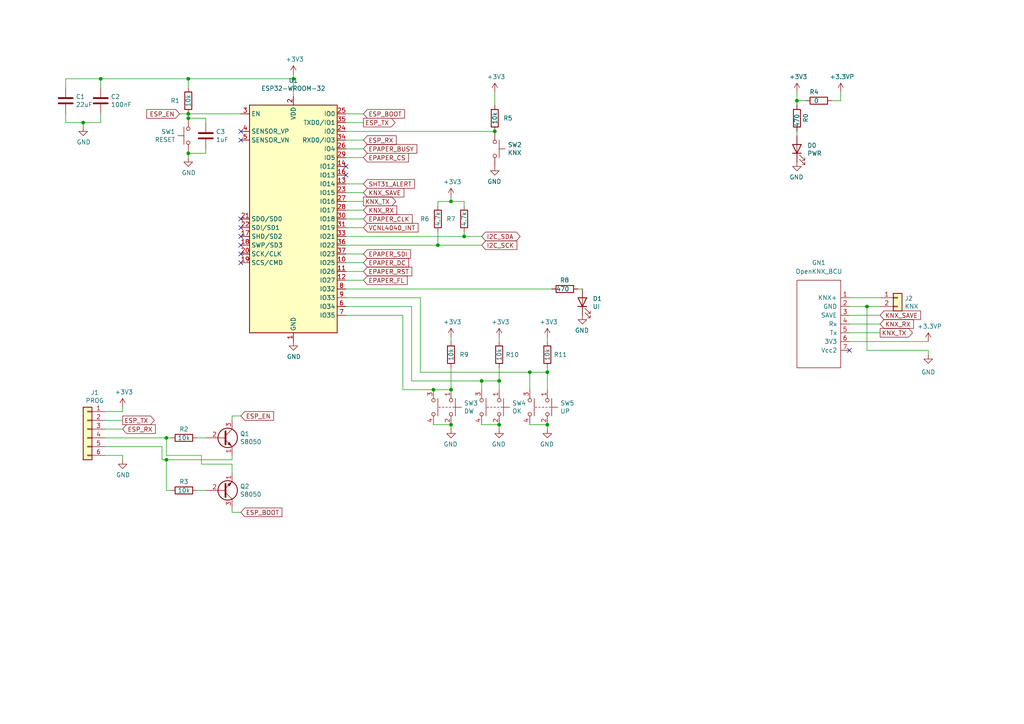
<source format=kicad_sch>
(kicad_sch (version 20230121) (generator eeschema)
  (paper "A4")
  (title_block (title "knxRoomUnit") (date "2024-01-21") (rev "r1d1") (company "MP"))
  (lib_symbols
    (symbol "Connector_Generic:Conn_01x02" (pin_names (offset 1.016) hide)
      (property "Reference" "J" (at 0 2.54 0))
      (property "Value" "Conn_01x02" (at 0 -5.08 0))
      (symbol "Conn_01x02_1_1"
        (rectangle (start -1.27 -2.413) (end 0 -2.667) (stroke (width 0.1524)))
        (rectangle (start -1.27 0.127) (end 0 -0.127) (stroke (width 0.1524)))
        (rectangle (start -1.27 1.27) (end 1.27 -3.81) (stroke (width 0.254)) (fill (type background)))
        (pin passive line (at -5.08 0 0) (length 3.81) (name "Pin_1") (number "1"))
        (pin passive line (at -5.08 -2.54 0) (length 3.81) (name "Pin_2") (number "2"))
      )
    )
    (symbol "Connector_Generic:Conn_01x06" (pin_names (offset 1.016) hide)
      (property "Reference" "J" (at 0 7.62 0))
      (property "Value" "Conn_01x06" (at 0 -10.16 0))
      (symbol "Conn_01x06_1_1"
        (rectangle (start -1.27 -7.493) (end 0 -7.747) (stroke (width 0.1524)))
        (rectangle (start -1.27 -4.953) (end 0 -5.207) (stroke (width 0.1524)))
        (rectangle (start -1.27 -2.413) (end 0 -2.667) (stroke (width 0.1524)))
        (rectangle (start -1.27 0.127) (end 0 -0.127) (stroke (width 0.1524)))
        (rectangle (start -1.27 2.667) (end 0 2.413) (stroke (width 0.1524)))
        (rectangle (start -1.27 5.207) (end 0 4.953) (stroke (width 0.1524)))
        (rectangle (start -1.27 6.35) (end 1.27 -8.89) (stroke (width 0.254)) (fill (type background)))
        (pin passive line (at -5.08 5.08 0) (length 3.81) (name "Pin_1") (number "1"))
        (pin passive line (at -5.08 2.54 0) (length 3.81) (name "Pin_2") (number "2"))
        (pin passive line (at -5.08 0 0) (length 3.81) (name "Pin_3") (number "3"))
        (pin passive line (at -5.08 -2.54 0) (length 3.81) (name "Pin_4") (number "4"))
        (pin passive line (at -5.08 -5.08 0) (length 3.81) (name "Pin_5") (number "5"))
        (pin passive line (at -5.08 -7.62 0) (length 3.81) (name "Pin_6") (number "6"))
      )
    )
    (symbol "Device:C" (pin_numbers hide) (pin_names (offset 0.254))
      (property "Reference" "C" (at 0.635 2.54 0))
      (property "Value" "C" (at 0.635 -2.54 0))
      (symbol "C_0_1"
        (polyline (pts (xy -2.032 -0.762) (xy 2.032 -0.762)) (stroke (width 0.508)))
        (polyline (pts (xy -2.032 0.762) (xy 2.032 0.762)) (stroke (width 0.508)))
      )
      (symbol "C_1_1"
        (pin passive line (at 0 3.81 270) (length 2.794) (name "~") (number "1"))
        (pin passive line (at 0 -3.81 90) (length 2.794) (name "~") (number "2"))
      )
    )
    (symbol "Device:LED" (pin_numbers hide) (pin_names (offset 1.016) hide)
      (property "Reference" "D" (at 0 2.54 0))
      (property "Value" "LED" (at 0 -2.54 0))
      (symbol "LED_0_1"
        (polyline (pts (xy -1.27 -1.27) (xy -1.27 1.27)) (stroke (width 0.254)))
        (polyline (pts (xy -1.27 0) (xy 1.27 0)))
        (polyline (pts (xy 1.27 -1.27) (xy 1.27 1.27) (xy -1.27 0) (xy 1.27 -1.27)) (stroke (width 0.254)))
        (polyline (pts (xy -3.048 -0.762) (xy -4.572 -2.286) (xy -3.81 -2.286) (xy -4.572 -2.286) (xy -4.572 -1.524)))
        (polyline (pts (xy -1.778 -0.762) (xy -3.302 -2.286) (xy -2.54 -2.286) (xy -3.302 -2.286) (xy -3.302 -1.524)))
      )
      (symbol "LED_1_1"
        (pin passive line (at -3.81 0 0) (length 2.54) (name "K") (number "1"))
        (pin passive line (at 3.81 0 180) (length 2.54) (name "A") (number "2"))
      )
    )
    (symbol "Device:R" (pin_numbers hide) (pin_names (offset 0))
      (property "Reference" "R" (at 2.032 0 90))
      (property "Value" "R" (at 0 0 90))
      (symbol "R_0_1"
        (rectangle (start -1.016 -2.54) (end 1.016 2.54) (stroke (width 0.254)))
      )
      (symbol "R_1_1"
        (pin passive line (at 0 3.81 270) (length 1.27) (name "~") (number "1"))
        (pin passive line (at 0 -3.81 90) (length 1.27) (name "~") (number "2"))
      )
    )
    (symbol "OpenKNX:OpenKNX_BCU" (pin_names (offset 1.016))
      (property "Reference" "GN" (at -5.08 13.97 0))
      (property "Value" "OpenKNX_BCU" (at -3.175 0 90))
      (symbol "OpenKNX_BCU_0_1"
        (rectangle (start 6.35 12.7) (end -6.35 -12.7))
      )
      (symbol "OpenKNX_BCU_1_1"
        (pin bidirectional line (at 8.89 7.62 180) (length 2.54) (name "KNX+") (number "1"))
        (pin bidirectional line (at 8.89 5.08 180) (length 2.54) (name "GND") (number "2"))
        (pin output line (at 8.89 2.54 180) (length 2.54) (name "SAVE") (number "3"))
        (pin input line (at 8.89 0 180) (length 2.54) (name "Rx") (number "4"))
        (pin output line (at 8.89 -2.54 180) (length 2.54) (name "Tx") (number "5"))
        (pin power_out line (at 8.89 -5.08 180) (length 2.54) (name "3V3") (number "6"))
        (pin power_out line (at 8.89 -7.62 180) (length 2.54) (name "Vcc2") (number "7"))
      )
    )
    (symbol "RF_Module:ESP32-WROOM-32"
      (property "Reference" "U" (at -12.7 34.29 0))
      (property "Value" "ESP32-WROOM-32" (at 1.27 34.29 0))
      (symbol "ESP32-WROOM-32_0_1"
        (rectangle (start -12.7 33.02) (end 12.7 -33.02) (stroke (width 0.254)) (fill (type background)))
      )
      (symbol "ESP32-WROOM-32_1_1"
        (pin power_in line (at 0 -35.56 90) (length 2.54) (name "GND") (number "1"))
        (pin bidirectional line (at 15.24 -12.7 180) (length 2.54) (name "IO25") (number "10"))
        (pin bidirectional line (at 15.24 -15.24 180) (length 2.54) (name "IO26") (number "11"))
        (pin bidirectional line (at 15.24 -17.78 180) (length 2.54) (name "IO27") (number "12"))
        (pin bidirectional line (at 15.24 10.16 180) (length 2.54) (name "IO14") (number "13"))
        (pin bidirectional line (at 15.24 15.24 180) (length 2.54) (name "IO12") (number "14"))
        (pin passive line (at 0 -35.56 90) (length 2.54) hide (name "GND") (number "15"))
        (pin bidirectional line (at 15.24 12.7 180) (length 2.54) (name "IO13") (number "16"))
        (pin bidirectional line (at -15.24 -5.08 0) (length 2.54) (name "SHD/SD2") (number "17"))
        (pin bidirectional line (at -15.24 -7.62 0) (length 2.54) (name "SWP/SD3") (number "18"))
        (pin bidirectional line (at -15.24 -12.7 0) (length 2.54) (name "SCS/CMD") (number "19"))
        (pin power_in line (at 0 35.56 270) (length 2.54) (name "VDD") (number "2"))
        (pin bidirectional line (at -15.24 -10.16 0) (length 2.54) (name "SCK/CLK") (number "20"))
        (pin bidirectional line (at -15.24 0 0) (length 2.54) (name "SDO/SD0") (number "21"))
        (pin bidirectional line (at -15.24 -2.54 0) (length 2.54) (name "SDI/SD1") (number "22"))
        (pin bidirectional line (at 15.24 7.62 180) (length 2.54) (name "IO15") (number "23"))
        (pin bidirectional line (at 15.24 25.4 180) (length 2.54) (name "IO2") (number "24"))
        (pin bidirectional line (at 15.24 30.48 180) (length 2.54) (name "IO0") (number "25"))
        (pin bidirectional line (at 15.24 20.32 180) (length 2.54) (name "IO4") (number "26"))
        (pin bidirectional line (at 15.24 5.08 180) (length 2.54) (name "IO16") (number "27"))
        (pin bidirectional line (at 15.24 2.54 180) (length 2.54) (name "IO17") (number "28"))
        (pin bidirectional line (at 15.24 17.78 180) (length 2.54) (name "IO5") (number "29"))
        (pin input line (at -15.24 30.48 0) (length 2.54) (name "EN") (number "3"))
        (pin bidirectional line (at 15.24 0 180) (length 2.54) (name "IO18") (number "30"))
        (pin bidirectional line (at 15.24 -2.54 180) (length 2.54) (name "IO19") (number "31"))
        (pin no_connect line (at -12.7 -27.94 0) (length 2.54) hide (name "NC") (number "32"))
        (pin bidirectional line (at 15.24 -5.08 180) (length 2.54) (name "IO21") (number "33"))
        (pin bidirectional line (at 15.24 22.86 180) (length 2.54) (name "RXD0/IO3") (number "34"))
        (pin bidirectional line (at 15.24 27.94 180) (length 2.54) (name "TXD0/IO1") (number "35"))
        (pin bidirectional line (at 15.24 -7.62 180) (length 2.54) (name "IO22") (number "36"))
        (pin bidirectional line (at 15.24 -10.16 180) (length 2.54) (name "IO23") (number "37"))
        (pin passive line (at 0 -35.56 90) (length 2.54) hide (name "GND") (number "38"))
        (pin passive line (at 0 -35.56 90) (length 2.54) hide (name "GND") (number "39"))
        (pin input line (at -15.24 25.4 0) (length 2.54) (name "SENSOR_VP") (number "4"))
        (pin input line (at -15.24 22.86 0) (length 2.54) (name "SENSOR_VN") (number "5"))
        (pin input line (at 15.24 -25.4 180) (length 2.54) (name "IO34") (number "6"))
        (pin input line (at 15.24 -27.94 180) (length 2.54) (name "IO35") (number "7"))
        (pin bidirectional line (at 15.24 -20.32 180) (length 2.54) (name "IO32") (number "8"))
        (pin bidirectional line (at 15.24 -22.86 180) (length 2.54) (name "IO33") (number "9"))
      )
    )
    (symbol "Switch:SW_Push" (pin_numbers hide) (pin_names (offset 1.016) hide)
      (property "Reference" "SW" (at 1.27 2.54 0))
      (property "Value" "SW_Push" (at 0 -1.524 0))
      (symbol "SW_Push_0_1"
        (circle (center -2.032 0) (radius 0.508))
        (polyline (pts (xy 0 1.27) (xy 0 3.048)))
        (polyline (pts (xy 2.54 1.27) (xy -2.54 1.27)))
        (circle (center 2.032 0) (radius 0.508))
        (pin passive line (at -5.08 0 0) (length 2.54) (name "1") (number "1"))
        (pin passive line (at 5.08 0 180) (length 2.54) (name "2") (number "2"))
      )
    )
    (symbol "Switch:SW_Push_Dual" (pin_names (offset 1.016) hide)
      (property "Reference" "SW" (at 1.27 2.54 0))
      (property "Value" "SW_Push_Dual" (at 0 -6.858 0))
      (symbol "SW_Push_Dual_0_1"
        (circle (center -2.032 -5.08) (radius 0.508))
        (circle (center -2.032 0) (radius 0.508))
        (polyline (pts (xy 0 -3.048) (xy 0 -3.556)))
        (polyline (pts (xy 0 -2.032) (xy 0 -2.54)))
        (polyline (pts (xy 0 -1.524) (xy 0 -1.016)))
        (polyline (pts (xy 0 -0.508) (xy 0 0)))
        (polyline (pts (xy 0 0.508) (xy 0 1.016)))
        (polyline (pts (xy 0 1.27) (xy 0 3.048)))
        (polyline (pts (xy 2.54 -3.81) (xy -2.54 -3.81)))
        (polyline (pts (xy 2.54 1.27) (xy -2.54 1.27)))
        (circle (center 2.032 -5.08) (radius 0.508))
        (circle (center 2.032 0) (radius 0.508))
        (pin passive line (at -5.08 0 0) (length 2.54) (name "1") (number "1"))
        (pin passive line (at 5.08 0 180) (length 2.54) (name "2") (number "2"))
        (pin passive line (at -5.08 -5.08 0) (length 2.54) (name "3") (number "3"))
        (pin passive line (at 5.08 -5.08 180) (length 2.54) (name "4") (number "4"))
      )
    )
    (symbol "Transistor_BJT:S8050" (pin_names (offset 0) hide)
      (property "Reference" "Q" (at 5.08 1.905 0))
      (property "Value" "S8050" (at 5.08 0 0))
      (symbol "S8050_0_1"
        (polyline (pts (xy 0 0) (xy 0.635 0)))
        (polyline (pts (xy 0.635 0.635) (xy 2.54 2.54)))
        (polyline (pts (xy 0.635 -0.635) (xy 2.54 -2.54) (xy 2.54 -2.54)))
        (polyline (pts (xy 0.635 1.905) (xy 0.635 -1.905) (xy 0.635 -1.905)) (stroke (width 0.508)))
        (polyline (pts (xy 1.27 -1.778) (xy 1.778 -1.27) (xy 2.286 -2.286) (xy 1.27 -1.778) (xy 1.27 -1.778)) (fill (type outline)))
        (circle (center 1.27 0) (radius 2.8194) (stroke (width 0.254)))
      )
      (symbol "S8050_1_1"
        (pin passive line (at 2.54 -5.08 90) (length 2.54) (name "E") (number "1"))
        (pin input line (at -5.08 0 0) (length 5.08) (name "B") (number "2"))
        (pin passive line (at 2.54 5.08 270) (length 2.54) (name "C") (number "3"))
      )
    )
    (symbol "power:+3.3V" (power) (pin_names (offset 0))
      (property "Value" "+3.3V" (at 0 3.556 0))
      (symbol "+3.3V_0_1"
        (polyline (pts (xy -0.762 1.27) (xy 0 2.54)))
        (polyline (pts (xy 0 0) (xy 0 2.54)))
        (polyline (pts (xy 0 2.54) (xy 0.762 1.27)))
      )
      (symbol "+3.3V_1_1"
        (pin power_in line (at 0 0 90) (length 0) hide (name "+3V3") (number "1"))
      )
    )
    (symbol "power:+3.3VP" (power) (pin_names (offset 0))
      (property "Value" "+3.3VP" (at 0 2.54 0))
      (symbol "+3.3VP_0_0"
        (pin power_in line (at 0 0 90) (length 0) hide (name "+3.3VP") (number "1"))
      )
      (symbol "+3.3VP_0_1"
        (polyline (pts (xy -0.762 1.27) (xy 0 2.54)))
        (polyline (pts (xy 0 0) (xy 0 2.54)))
        (polyline (pts (xy 0 2.54) (xy 0.762 1.27)))
      )
    )
    (symbol "power:+3V3" (power) (pin_names (offset 0))
      (property "Value" "+3V3" (at 0 3.556 0))
      (symbol "+3V3_0_1"
        (polyline (pts (xy -0.762 1.27) (xy 0 2.54)))
        (polyline (pts (xy 0 0) (xy 0 2.54)))
        (polyline (pts (xy 0 2.54) (xy 0.762 1.27)))
      )
      (symbol "+3V3_1_1"
        (pin power_in line (at 0 0 90) (length 0) hide (name "+3V3") (number "1"))
      )
    )
    (symbol "power:GND" (power) (pin_names (offset 0))
      (property "Value" "GND" (at 0 -3.81 0))
      (symbol "GND_0_1"
        (polyline (pts (xy 0 0) (xy 0 -1.27) (xy 1.27 -1.27) (xy 0 -2.54) (xy -1.27 -1.27) (xy 0 -1.27)))
      )
      (symbol "GND_1_1"
        (pin power_in line (at 0 0 270) (length 0) hide (name "GND") (number "1"))
      )
    )
  )
  (junction (at 54.61 34.29))
  (junction (at 48.26 127))
  (junction (at 125.73 113.03))
  (junction (at 54.61 22.86))
  (junction (at 54.61 33.02))
  (junction (at 158.75 107.95))
  (junction (at 139.7 110.49))
  (junction (at 130.81 113.03))
  (junction (at 127 71.12))
  (junction (at 130.81 58.42))
  (junction (at 143.51 38.1))
  (junction (at 48.26 133.35))
  (junction (at 144.78 110.49))
  (junction (at 158.75 123.19))
  (junction (at 134.62 68.58))
  (junction (at 251.46 88.9))
  (junction (at 29.21 22.86))
  (junction (at 85.09 22.86))
  (junction (at 231.14 29.21))
  (junction (at 54.61 44.45))
  (junction (at 24.13 35.56))
  (junction (at 130.81 123.19))
  (junction (at 144.78 123.19))
  (junction (at 153.67 107.95))
  (no_connect (at 69.85 66.04))
  (no_connect (at 69.85 38.1))
  (no_connect (at 69.85 73.66))
  (no_connect (at 100.33 48.26))
  (no_connect (at 69.85 71.12))
  (no_connect (at 246.38 101.6))
  (no_connect (at 100.33 50.8))
  (no_connect (at 69.85 68.58))
  (no_connect (at 69.85 76.2))
  (no_connect (at 69.85 40.64))
  (no_connect (at 69.85 63.5))
  (wire (pts (xy 121.92 86.36) (xy 121.92 107.95)))
  (wire (pts (xy 100.33 45.72) (xy 105.41 45.72)))
  (wire (pts (xy 54.61 45.72) (xy 54.61 44.45)))
  (wire (pts (xy 139.7 113.03) (xy 139.7 110.49)))
  (wire (pts (xy 19.05 25.4) (xy 19.05 22.86)))
  (wire (pts (xy 35.56 132.08) (xy 35.56 133.35)))
  (wire (pts (xy 100.33 38.1) (xy 143.51 38.1)))
  (wire (pts (xy 59.69 44.45) (xy 54.61 44.45)))
  (wire (pts (xy 30.48 124.46) (xy 35.56 124.46)))
  (wire (pts (xy 54.61 25.4) (xy 54.61 22.86)))
  (wire (pts (xy 48.26 127) (xy 49.53 127)))
  (wire (pts (xy 105.41 60.96) (xy 100.33 60.96)))
  (wire (pts (xy 134.62 67.31) (xy 134.62 68.58)))
  (wire (pts (xy 30.48 132.08) (xy 35.56 132.08)))
  (wire (pts (xy 251.46 101.6) (xy 269.24 101.6)))
  (wire (pts (xy 134.62 59.69) (xy 134.62 58.42)))
  (wire (pts (xy 116.84 113.03) (xy 125.73 113.03)))
  (wire (pts (xy 59.69 127) (xy 57.15 127)))
  (wire (pts (xy 19.05 33.02) (xy 19.05 35.56)))
  (wire (pts (xy 67.31 133.35) (xy 67.31 132.08)))
  (wire (pts (xy 130.81 124.46) (xy 130.81 123.19)))
  (wire (pts (xy 48.26 133.35) (xy 48.26 142.24)))
  (wire (pts (xy 46.99 129.54) (xy 46.99 133.35)))
  (wire (pts (xy 29.21 35.56) (xy 29.21 33.02)))
  (wire (pts (xy 121.92 86.36) (xy 100.33 86.36)))
  (wire (pts (xy 125.73 123.19) (xy 130.81 123.19)))
  (wire (pts (xy 243.84 26.67) (xy 243.84 29.21)))
  (wire (pts (xy 59.69 34.29) (xy 54.61 34.29)))
  (wire (pts (xy 246.38 99.06) (xy 269.24 99.06)))
  (wire (pts (xy 24.13 36.83) (xy 24.13 35.56)))
  (wire (pts (xy 67.31 134.62) (xy 58.42 134.62)))
  (wire (pts (xy 143.51 26.67) (xy 143.51 30.48)))
  (wire (pts (xy 100.33 35.56) (xy 105.41 35.56)))
  (wire (pts (xy 105.41 76.2) (xy 100.33 76.2)))
  (wire (pts (xy 49.53 142.24) (xy 48.26 142.24)))
  (wire (pts (xy 67.31 120.65) (xy 67.31 121.92)))
  (wire (pts (xy 231.14 38.1) (xy 231.14 39.37)))
  (wire (pts (xy 19.05 35.56) (xy 24.13 35.56)))
  (wire (pts (xy 105.41 40.64) (xy 100.33 40.64)))
  (wire (pts (xy 100.33 55.88) (xy 105.41 55.88)))
  (wire (pts (xy 127 58.42) (xy 127 59.69)))
  (wire (pts (xy 48.26 133.35) (xy 67.31 133.35)))
  (wire (pts (xy 144.78 110.49) (xy 144.78 106.68)))
  (wire (pts (xy 85.09 21.59) (xy 85.09 22.86)))
  (wire (pts (xy 46.99 133.35) (xy 48.26 133.35)))
  (wire (pts (xy 251.46 88.9) (xy 251.46 101.6)))
  (wire (pts (xy 246.38 91.44) (xy 255.27 91.44)))
  (wire (pts (xy 153.67 123.19) (xy 158.75 123.19)))
  (wire (pts (xy 144.78 113.03) (xy 144.78 110.49)))
  (wire (pts (xy 105.41 33.02) (xy 100.33 33.02)))
  (wire (pts (xy 231.14 29.21) (xy 231.14 30.48)))
  (wire (pts (xy 246.38 88.9) (xy 251.46 88.9)))
  (wire (pts (xy 130.81 99.06) (xy 130.81 97.79)))
  (wire (pts (xy 125.73 113.03) (xy 130.81 113.03)))
  (wire (pts (xy 24.13 35.56) (xy 29.21 35.56)))
  (wire (pts (xy 269.24 101.6) (xy 269.24 102.87)))
  (wire (pts (xy 246.38 86.36) (xy 255.27 86.36)))
  (wire (pts (xy 67.31 137.16) (xy 67.31 134.62)))
  (wire (pts (xy 233.68 29.21) (xy 231.14 29.21)))
  (wire (pts (xy 59.69 43.18) (xy 59.69 44.45)))
  (wire (pts (xy 119.38 110.49) (xy 139.7 110.49)))
  (wire (pts (xy 30.48 119.38) (xy 35.56 119.38)))
  (wire (pts (xy 100.33 68.58) (xy 134.62 68.58)))
  (wire (pts (xy 158.75 124.46) (xy 158.75 123.19)))
  (wire (pts (xy 100.33 58.42) (xy 105.41 58.42)))
  (wire (pts (xy 30.48 129.54) (xy 46.99 129.54)))
  (wire (pts (xy 105.41 43.18) (xy 100.33 43.18)))
  (wire (pts (xy 144.78 99.06) (xy 144.78 97.79)))
  (wire (pts (xy 85.09 22.86) (xy 85.09 27.94)))
  (wire (pts (xy 130.81 58.42) (xy 134.62 58.42)))
  (wire (pts (xy 100.33 91.44) (xy 116.84 91.44)))
  (wire (pts (xy 158.75 107.95) (xy 158.75 106.68)))
  (wire (pts (xy 29.21 22.86) (xy 29.21 25.4)))
  (wire (pts (xy 100.33 88.9) (xy 119.38 88.9)))
  (wire (pts (xy 231.14 29.21) (xy 231.14 26.67)))
  (wire (pts (xy 54.61 22.86) (xy 85.09 22.86)))
  (wire (pts (xy 58.42 132.08) (xy 48.26 132.08)))
  (wire (pts (xy 59.69 35.56) (xy 59.69 34.29)))
  (wire (pts (xy 100.33 53.34) (xy 105.41 53.34)))
  (wire (pts (xy 243.84 29.21) (xy 241.3 29.21)))
  (wire (pts (xy 105.41 78.74) (xy 100.33 78.74)))
  (wire (pts (xy 119.38 88.9) (xy 119.38 110.49)))
  (wire (pts (xy 153.67 113.03) (xy 153.67 107.95)))
  (wire (pts (xy 153.67 107.95) (xy 158.75 107.95)))
  (wire (pts (xy 246.38 96.52) (xy 255.27 96.52)))
  (wire (pts (xy 100.33 73.66) (xy 105.41 73.66)))
  (wire (pts (xy 134.62 68.58) (xy 139.7 68.58)))
  (wire (pts (xy 116.84 91.44) (xy 116.84 113.03)))
  (wire (pts (xy 19.05 22.86) (xy 29.21 22.86)))
  (wire (pts (xy 100.33 71.12) (xy 127 71.12)))
  (wire (pts (xy 127 67.31) (xy 127 71.12)))
  (wire (pts (xy 168.91 83.82) (xy 167.64 83.82)))
  (wire (pts (xy 58.42 134.62) (xy 58.42 132.08)))
  (wire (pts (xy 246.38 93.98) (xy 255.27 93.98)))
  (wire (pts (xy 67.31 147.32) (xy 67.31 148.59)))
  (wire (pts (xy 121.92 107.95) (xy 153.67 107.95)))
  (wire (pts (xy 158.75 113.03) (xy 158.75 107.95)))
  (wire (pts (xy 35.56 119.38) (xy 35.56 118.11)))
  (wire (pts (xy 48.26 132.08) (xy 48.26 127)))
  (wire (pts (xy 100.33 83.82) (xy 160.02 83.82)))
  (wire (pts (xy 29.21 22.86) (xy 54.61 22.86)))
  (wire (pts (xy 100.33 66.04) (xy 105.41 66.04)))
  (wire (pts (xy 35.56 121.92) (xy 30.48 121.92)))
  (wire (pts (xy 54.61 34.29) (xy 54.61 33.02)))
  (wire (pts (xy 139.7 110.49) (xy 144.78 110.49)))
  (wire (pts (xy 30.48 127) (xy 48.26 127)))
  (wire (pts (xy 52.07 33.02) (xy 54.61 33.02)))
  (wire (pts (xy 105.41 63.5) (xy 100.33 63.5)))
  (wire (pts (xy 69.85 120.65) (xy 67.31 120.65)))
  (wire (pts (xy 57.15 142.24) (xy 59.69 142.24)))
  (wire (pts (xy 54.61 33.02) (xy 69.85 33.02)))
  (wire (pts (xy 251.46 88.9) (xy 255.27 88.9)))
  (wire (pts (xy 139.7 123.19) (xy 144.78 123.19)))
  (wire (pts (xy 144.78 124.46) (xy 144.78 123.19)))
  (wire (pts (xy 67.31 148.59) (xy 69.85 148.59)))
  (wire (pts (xy 158.75 99.06) (xy 158.75 97.79)))
  (wire (pts (xy 100.33 81.28) (xy 105.41 81.28)))
  (wire (pts (xy 127 71.12) (xy 139.7 71.12)))
  (wire (pts (xy 130.81 58.42) (xy 127 58.42)))
  (wire (pts (xy 130.81 113.03) (xy 130.81 106.68)))
  (wire (pts (xy 130.81 57.15) (xy 130.81 58.42)))
  (global_label "VCNL4040_INT" (shape input) (at 105.41 66.04 0) (property "Intersheetrefs" "${INTERSHEET_REFS}" (effects hide)))
  (global_label "EPAPER_CLK" (shape input) (at 105.41 63.5 0) (property "Intersheetrefs" "${INTERSHEET_REFS}" (effects hide)))
  (global_label "KNX_RX" (shape input) (at 105.41 60.96 0) (property "Intersheetrefs" "${INTERSHEET_REFS}" (effects hide)))
  (global_label "KNX_SAVE" (shape input) (at 255.27 91.44 0) (property "Intersheetrefs" "${INTERSHEET_REFS}" (effects hide)))
  (global_label "ESP_RX" (shape input) (at 105.41 40.64 0) (property "Intersheetrefs" "${INTERSHEET_REFS}" (effects hide)))
  (global_label "KNX_SAVE" (shape input) (at 105.41 55.88 0) (property "Intersheetrefs" "${INTERSHEET_REFS}" (effects hide)))
  (global_label "EPAPER_FL" (shape input) (at 105.41 81.28 0) (property "Intersheetrefs" "${INTERSHEET_REFS}" (effects hide)))
  (global_label "KNX_RX" (shape input) (at 255.27 93.98 0) (property "Intersheetrefs" "${INTERSHEET_REFS}" (effects hide)))
  (global_label "ESP_RX" (shape input) (at 35.56 124.46 0) (property "Intersheetrefs" "${INTERSHEET_REFS}" (effects hide)))
  (global_label "EPAPER_CS" (shape input) (at 105.41 45.72 0) (property "Intersheetrefs" "${INTERSHEET_REFS}" (effects hide)))
  (global_label "EPAPER_DC" (shape input) (at 105.41 76.2 0) (property "Intersheetrefs" "${INTERSHEET_REFS}" (effects hide)))
  (global_label "ESP_EN" (shape input) (at 52.07 33.02 180) (property "Intersheetrefs" "${INTERSHEET_REFS}" (effects hide)))
  (global_label "I2C_SCK" (shape input) (at 139.7 71.12 0) (property "Intersheetrefs" "${INTERSHEET_REFS}" (effects hide)))
  (global_label "EPAPER_SDI" (shape input) (at 105.41 73.66 0) (property "Intersheetrefs" "${INTERSHEET_REFS}" (effects hide)))
  (global_label "EPAPER_RST" (shape input) (at 105.41 78.74 0) (property "Intersheetrefs" "${INTERSHEET_REFS}" (effects hide)))
  (global_label "KNX_TX" (shape output) (at 105.41 58.42 0) (property "Intersheetrefs" "${INTERSHEET_REFS}" (effects hide)))
  (global_label "EPAPER_BUSY" (shape input) (at 105.41 43.18 0) (property "Intersheetrefs" "${INTERSHEET_REFS}" (effects hide)))
  (global_label "SHT31_ALERT" (shape input) (at 105.41 53.34 0) (property "Intersheetrefs" "${INTERSHEET_REFS}" (effects hide)))
  (global_label "ESP_EN" (shape input) (at 69.85 120.65 0) (property "Intersheetrefs" "${INTERSHEET_REFS}" (effects hide)))
  (global_label "ESP_TX" (shape output) (at 105.41 35.56 0) (property "Intersheetrefs" "${INTERSHEET_REFS}" (effects hide)))
  (global_label "KNX_TX" (shape output) (at 255.27 96.52 0) (property "Intersheetrefs" "${INTERSHEET_REFS}" (effects hide)))
  (global_label "ESP_TX" (shape output) (at 35.56 121.92 0) (property "Intersheetrefs" "${INTERSHEET_REFS}" (effects hide)))
  (global_label "ESP_BOOT" (shape input) (at 69.85 148.59 0) (property "Intersheetrefs" "${INTERSHEET_REFS}" (effects hide)))
  (global_label "ESP_BOOT" (shape input) (at 105.41 33.02 0) (property "Intersheetrefs" "${INTERSHEET_REFS}" (effects hide)))
  (global_label "I2C_SDA" (shape bidirectional) (at 139.7 68.58 0) (property "Intersheetrefs" "${INTERSHEET_REFS}" (effects hide)))
  (symbol (lib_id "power:+3V3") (at 130.81 97.79 0) (unit 1)
    (property "Reference" "#PWR037" (effects hide))
    (property "Value" "+3V3" (at 131.191 93.3958 0))
  )
  (symbol (lib_id "power:GND") (at 130.81 124.46 0) (mirror y) (unit 1)
    (property "Reference" "#PWR038" (effects hide))
    (property "Value" "GND" (at 130.683 128.8542 0))
  )
  (symbol (lib_id "Switch:SW_Push_Dual") (at 130.81 118.11 270) (unit 1) (in_bom no)
    (property "Reference" "SW3" (at 134.5692 116.9416 90) (effects (justify left)))
    (property "Value" "DW" (at 134.5692 119.253 90) (effects (justify left)))
    (property "Footprint" "431151008826:431151008826" (effects hide))
    (property "Datasheet" "https://www.we-online.com/catalog/datasheet/431151008826.pdf" (effects hide))
    (property "Manufacturer" "Wurth Elektronik" (effects hide))
    (property "PartNumber" "431151008826" (effects hide))
  )
  (symbol (lib_id "Device:R") (at 130.81 102.87 0) (mirror y) (unit 1)
    (property "Reference" "R9" (at 134.62 102.87 0))
    (property "Value" "10k" (at 130.81 102.87 90))
    (property "Footprint" "Resistor_SMD:R_0603_1608Metric" (effects hide))
    (property "Datasheet" "https://datasheet.lcsc.com/lcsc/2206010045_UNI-ROYAL-Uniroyal-Elec-0603WAF1002T5E_C25804.pdf" (effects hide))
    (property "LCSC Part #" "C25804" (effects hide))
    (property "Manufacturer" "UNI-ROYAL(Uniroyal Elec)" (effects hide))
    (property "PartNumber" "0603WAF1002T5E" (effects hide))
  )
  (symbol (lib_id "power:+3V3") (at 144.78 97.79 0) (unit 1)
    (property "Reference" "#PWR042" (effects hide))
    (property "Value" "+3V3" (at 145.161 93.3958 0))
  )
  (symbol (lib_id "power:GND") (at 144.78 124.46 0) (mirror y) (unit 1)
    (property "Reference" "#PWR043" (effects hide))
    (property "Value" "GND" (at 144.653 128.8542 0))
  )
  (symbol (lib_id "Switch:SW_Push_Dual") (at 144.78 118.11 270) (unit 1) (in_bom no)
    (property "Reference" "SW4" (at 148.5392 116.9416 90) (effects (justify left)))
    (property "Value" "OK" (at 148.5392 119.253 90) (effects (justify left)))
    (property "Footprint" "431151008826:431151008826" (effects hide))
    (property "Datasheet" "https://www.we-online.com/catalog/datasheet/431151008826.pdf" (effects hide))
    (property "Manufacturer" "Wurth Elektronik" (effects hide))
    (property "PartNumber" "431151008826" (effects hide))
  )
  (symbol (lib_id "Device:R") (at 144.78 102.87 0) (mirror y) (unit 1)
    (property "Reference" "R10" (at 148.59 102.87 0))
    (property "Value" "10k" (at 144.78 102.87 90))
    (property "Footprint" "Resistor_SMD:R_0603_1608Metric" (effects hide))
    (property "Datasheet" "https://datasheet.lcsc.com/lcsc/2206010045_UNI-ROYAL-Uniroyal-Elec-0603WAF1002T5E_C25804.pdf" (effects hide))
    (property "LCSC Part #" "C25804" (effects hide))
    (property "Manufacturer" "UNI-ROYAL(Uniroyal Elec)" (effects hide))
    (property "PartNumber" "0603WAF1002T5E" (effects hide))
  )
  (symbol (lib_id "power:+3V3") (at 158.75 97.79 0) (unit 1)
    (property "Reference" "#PWR044" (effects hide))
    (property "Value" "+3V3" (at 159.131 93.3958 0))
  )
  (symbol (lib_id "power:GND") (at 158.75 124.46 0) (mirror y) (unit 1)
    (property "Reference" "#PWR045" (effects hide))
    (property "Value" "GND" (at 158.623 128.8542 0))
  )
  (symbol (lib_id "Switch:SW_Push_Dual") (at 158.75 118.11 270) (unit 1) (in_bom no)
    (property "Reference" "SW5" (at 162.5092 116.9416 90) (effects (justify left)))
    (property "Value" "UP" (at 162.5092 119.253 90) (effects (justify left)))
    (property "Footprint" "431151008826:431151008826" (effects hide))
    (property "Datasheet" "https://www.we-online.com/catalog/datasheet/431151008826.pdf" (effects hide))
    (property "Manufacturer" "Wurth Elektronik" (effects hide))
    (property "PartNumber" "431151008826" (effects hide))
  )
  (symbol (lib_id "Device:R") (at 158.75 102.87 0) (mirror y) (unit 1)
    (property "Reference" "R11" (at 162.56 102.87 0))
    (property "Value" "10k" (at 158.75 102.87 90))
    (property "Footprint" "Resistor_SMD:R_0603_1608Metric" (effects hide))
    (property "Datasheet" "https://datasheet.lcsc.com/lcsc/2206010045_UNI-ROYAL-Uniroyal-Elec-0603WAF1002T5E_C25804.pdf" (effects hide))
    (property "LCSC Part #" "C25804" (effects hide))
    (property "Manufacturer" "UNI-ROYAL(Uniroyal Elec)" (effects hide))
    (property "PartNumber" "0603WAF1002T5E" (effects hide))
  )
  (symbol (lib_id "Device:C") (at 19.05 29.21 0) (unit 1)
    (property "Reference" "C1" (at 21.971 28.0416 0) (effects (justify left)))
    (property "Value" "22uF" (at 21.971 30.353 0) (effects (justify left)))
    (property "Footprint" "Capacitor_SMD:C_0603_1608Metric" (effects hide))
    (property "Datasheet" "https://datasheet.lcsc.com/lcsc/1811151138_Samsung-Electro-Mechanics-CL10A226MQ8NRNC_C59461.pdf" (effects hide))
    (property "LCSC Part #" "C59461" (effects hide))
    (property "Manufacturer" "Samsung Electro-Mechanics" (effects hide))
    (property "PartNumber" "CL10A226MQ8NRNC" (effects hide))
    (property "Voltage" "6.3V" (effects hide))
  )
  (symbol (lib_id "Device:C") (at 29.21 29.21 0) (unit 1)
    (property "Reference" "C2" (at 32.131 28.0416 0) (effects (justify left)))
    (property "Value" "100nF" (at 32.131 30.353 0) (effects (justify left)))
    (property "Footprint" "Capacitor_SMD:C_0603_1608Metric" (effects hide))
    (property "Datasheet" "https://datasheet.lcsc.com/lcsc/1809301912_YAGEO-CC0603KRX7R9BB104_C14663.pdf" (effects hide))
    (property "LCSC Part #" "C14663" (effects hide))
    (property "Manufacturer" "YAGEO" (effects hide))
    (property "PartNumber" "CC0603KRX7R9BB104" (effects hide))
    (property "Voltage" "50V" (effects hide))
  )
  (symbol (lib_id "power:GND") (at 24.13 36.83 0) (unit 1)
    (property "Reference" "#PWR033" (effects hide))
    (property "Value" "GND" (at 24.257 41.2242 0))
  )
  (symbol (lib_id "power:GND") (at 85.09 99.06 0) (unit 1)
    (property "Reference" "#PWR036" (effects hide))
    (property "Value" "GND" (at 85.217 103.4542 0))
  )
  (symbol (lib_id "Device:R") (at 53.34 127 270) (unit 1)
    (property "Reference" "R2" (at 53.34 124.46 90))
    (property "Value" "10k" (at 53.34 127 90))
    (property "Footprint" "Resistor_SMD:R_0603_1608Metric" (effects hide))
    (property "Datasheet" "https://datasheet.lcsc.com/lcsc/2206010045_UNI-ROYAL-Uniroyal-Elec-0603WAF1002T5E_C25804.pdf" (effects hide))
    (property "LCSC Part #" "C25804" (effects hide))
    (property "Manufacturer" "UNI-ROYAL(Uniroyal Elec)" (effects hide))
    (property "PartNumber" "0603WAF1002T5E" (effects hide))
  )
  (symbol (lib_id "Device:R") (at 53.34 142.24 270) (mirror x) (unit 1)
    (property "Reference" "R3" (at 53.34 139.7 90))
    (property "Value" "10k" (at 53.34 142.24 90))
    (property "Footprint" "Resistor_SMD:R_0603_1608Metric" (effects hide))
    (property "Datasheet" "https://datasheet.lcsc.com/lcsc/2206010045_UNI-ROYAL-Uniroyal-Elec-0603WAF1002T5E_C25804.pdf" (effects hide))
    (property "LCSC Part #" "C25804" (effects hide))
    (property "Manufacturer" "UNI-ROYAL(Uniroyal Elec)" (effects hide))
    (property "PartNumber" "0603WAF1002T5E" (effects hide))
  )
  (symbol (lib_id "Connector_Generic:Conn_01x06") (at 25.4 124.46 0) (mirror y) (unit 1) (in_bom no)
    (property "Reference" "J1" (at 27.4828 113.8682 0))
    (property "Value" "PROG" (at 27.4828 116.1796 0))
    (property "Footprint" "Connector_PinHeader_2.54mm:PinHeader_1x06_P2.54mm_Vertical" (effects hide))
  )
  (symbol (lib_id "power:+3V3") (at 35.56 118.11 0) (unit 1)
    (property "Reference" "#PWR030" (effects hide))
    (property "Value" "+3V3" (at 35.941 113.7158 0))
  )
  (symbol (lib_id "power:GND") (at 35.56 133.35 0) (unit 1)
    (property "Reference" "#PWR031" (effects hide))
    (property "Value" "GND" (at 35.687 137.7442 0))
  )
  (symbol (lib_id "Transistor_BJT:S8050") (at 64.77 127 0) (unit 1)
    (property "Reference" "Q1" (at 69.596 125.8316 0) (effects (justify left)))
    (property "Value" "S8050" (at 69.596 128.143 0) (effects (justify left)))
    (property "Footprint" "Package_TO_SOT_SMD:SOT-23" (effects hide))
    (property "Datasheet" "https://datasheet.lcsc.com/lcsc/2303221100_Jiangsu-Changjing-Electronics-Technology-Co---Ltd--SS8050_C2150.pdf" (effects hide))
    (property "LCSC Part #" "C2150" (effects hide))
    (property "Manufacturer" "Jiangsu Changjing Electronics Technology Co., Ltd." (effects hide))
    (property "PartNumber" "SS8050" (effects hide))
  )
  (symbol (lib_id "Transistor_BJT:S8050") (at 64.77 142.24 0) (mirror x) (unit 1)
    (property "Reference" "Q2" (at 69.596 141.0716 0) (effects (justify left)))
    (property "Value" "S8050" (at 69.596 143.383 0) (effects (justify left)))
    (property "Footprint" "Package_TO_SOT_SMD:SOT-23" (effects hide))
    (property "Datasheet" "https://datasheet.lcsc.com/lcsc/2303221100_Jiangsu-Changjing-Electronics-Technology-Co---Ltd--SS8050_C2150.pdf" (effects hide))
    (property "LCSC Part #" "C2150" (effects hide))
    (property "Manufacturer" "Jiangsu Changjing Electronics Technology Co., Ltd." (effects hide))
    (property "PartNumber" "SS8050" (effects hide))
  )
  (symbol (lib_id "power:+3V3") (at 143.51 26.67 0) (unit 1)
    (property "Reference" "#PWR040" (effects hide))
    (property "Value" "+3V3" (at 143.891 22.2758 0))
  )
  (symbol (lib_id "power:GND") (at 143.51 48.26 0) (mirror y) (unit 1)
    (property "Reference" "#PWR041" (effects hide))
    (property "Value" "GND" (at 143.383 52.6542 0))
  )
  (symbol (lib_id "Switch:SW_Push") (at 143.51 43.18 270) (unit 1) (in_bom no)
    (property "Reference" "SW2" (at 147.2692 42.0116 90) (effects (justify left)))
    (property "Value" "KNX" (at 147.2692 44.323 90) (effects (justify left)))
    (property "Footprint" "Button_Switch_SMD:SW_Push_SPST_NO_Alps_SKRK" (effects hide))
  )
  (symbol (lib_id "Device:R") (at 143.51 34.29 0) (mirror y) (unit 1)
    (property "Reference" "R5" (at 147.32 34.29 0))
    (property "Value" "10k" (at 143.51 34.29 90))
    (property "Footprint" "Resistor_SMD:R_0603_1608Metric" (effects hide))
    (property "Datasheet" "https://datasheet.lcsc.com/lcsc/2206010045_UNI-ROYAL-Uniroyal-Elec-0603WAF1002T5E_C25804.pdf" (effects hide))
    (property "LCSC Part #" "C25804" (effects hide))
    (property "Manufacturer" "UNI-ROYAL(Uniroyal Elec)" (effects hide))
    (property "PartNumber" "0603WAF1002T5E" (effects hide))
  )
  (symbol (lib_id "power:+3V3") (at 130.81 57.15 0) (unit 1)
    (property "Reference" "#PWR039" (effects hide))
    (property "Value" "+3V3" (at 131.191 52.7558 0))
  )
  (symbol (lib_id "Device:R") (at 134.62 63.5 0) (unit 1)
    (property "Reference" "R7" (at 130.81 63.5 0))
    (property "Value" "4.7k" (at 134.62 63.5 90))
    (property "Footprint" "Resistor_SMD:R_0603_1608Metric" (effects hide))
    (property "Datasheet" "https://datasheet.lcsc.com/lcsc/2206010116_UNI-ROYAL-Uniroyal-Elec-0603WAF4701T5E_C23162.pdf" (effects hide))
    (property "LCSC Part #" "C23162" (effects hide))
    (property "Manufacturer" "UNI-ROYAL(Uniroyal Elec)" (effects hide))
    (property "PartNumber" "0603WAF4701T5E" (effects hide))
  )
  (symbol (lib_id "Device:R") (at 127 63.5 0) (unit 1)
    (property "Reference" "R6" (at 123.19 63.5 0))
    (property "Value" "4.7k" (at 127 63.5 90))
    (property "Footprint" "Resistor_SMD:R_0603_1608Metric" (effects hide))
    (property "Datasheet" "https://datasheet.lcsc.com/lcsc/2206010116_UNI-ROYAL-Uniroyal-Elec-0603WAF4701T5E_C23162.pdf" (effects hide))
    (property "LCSC Part #" "C23162" (effects hide))
    (property "Manufacturer" "UNI-ROYAL(Uniroyal Elec)" (effects hide))
    (property "PartNumber" "0603WAF4701T5E" (effects hide))
  )
  (symbol (lib_id "power:GND") (at 54.61 45.72 0) (unit 1)
    (property "Reference" "#PWR034" (effects hide))
    (property "Value" "GND" (at 54.737 50.1142 0))
  )
  (symbol (lib_id "Switch:SW_Push") (at 54.61 39.37 90) (mirror x) (unit 1) (in_bom no)
    (property "Reference" "SW1" (at 50.8508 38.2016 90) (effects (justify left)))
    (property "Value" "RESET" (at 50.8508 40.513 90) (effects (justify left)))
    (property "Footprint" "Button_Switch_SMD:SW_Push_SPST_NO_Alps_SKRK" (effects hide))
  )
  (symbol (lib_id "Device:R") (at 54.61 29.21 0) (unit 1)
    (property "Reference" "R1" (at 50.8 29.21 0))
    (property "Value" "10k" (at 54.61 29.21 90))
    (property "Footprint" "Resistor_SMD:R_0603_1608Metric" (effects hide))
    (property "Datasheet" "https://datasheet.lcsc.com/lcsc/2206010045_UNI-ROYAL-Uniroyal-Elec-0603WAF1002T5E_C25804.pdf" (effects hide))
    (property "LCSC Part #" "C25804" (effects hide))
    (property "Manufacturer" "UNI-ROYAL(Uniroyal Elec)" (effects hide))
    (property "PartNumber" "0603WAF1002T5E" (effects hide))
  )
  (symbol (lib_id "power:+3V3") (at 85.09 21.59 0) (unit 1)
    (property "Reference" "#PWR035" (effects hide))
    (property "Value" "+3V3" (at 85.471 17.1958 0))
  )
  (symbol (lib_id "RF_Module:ESP32-WROOM-32") (at 85.09 63.5 0) (unit 1) (in_bom no)
    (property "Reference" "U1" (at 85.09 23.3426 0))
    (property "Value" "ESP32-WROOM-32" (at 85.09 25.654 0))
    (property "Footprint" "RF_Module:ESP32-WROOM-32" (effects hide))
    (property "Datasheet" "https://www.espressif.com/sites/default/files/documentation/esp32-wroom-32_datasheet_en.pdf" (effects hide))
    (property "Manufacturer" "Espressif" (effects hide))
    (property "PartNumber" "ESP32-WROOM-32E" (effects hide))
  )
  (symbol (lib_id "Device:R") (at 163.83 83.82 90) (unit 1)
    (property "Reference" "R8" (at 165.1 81.28 90) (effects (justify left)))
    (property "Value" "470" (at 161.29 83.82 90) (effects (justify right)))
    (property "Footprint" "Resistor_SMD:R_0603_1608Metric" (effects hide))
    (property "Datasheet" "https://datasheet.lcsc.com/lcsc/2206010116_UNI-ROYAL-Uniroyal-Elec-0603WAF4700T5E_C23179.pdf" (effects hide))
    (property "LCSC Part #" "C23179" (effects hide))
    (property "Manufacturer" "UNI-ROYAL(Uniroyal Elec)" (effects hide))
    (property "PartNumber" "0603WAF4700T5E" (effects hide))
  )
  (symbol (lib_id "Device:LED") (at 168.91 87.63 90) (unit 1) (in_bom no)
    (property "Reference" "D1" (at 171.9072 86.6394 90) (effects (justify right)))
    (property "Value" "UI" (at 171.9072 88.9508 90) (effects (justify right)))
    (property "Footprint" "LED_SMD:LED_0603_1608Metric_Pad1.05x0.95mm_HandSolder" (effects hide))
  )
  (symbol (lib_id "power:GND") (at 168.91 91.44 0) (mirror y) (unit 1)
    (property "Reference" "#PWR046" (effects hide))
    (property "Value" "GND" (at 168.783 95.8342 0))
  )
  (symbol (lib_id "Device:C") (at 59.69 39.37 0) (unit 1)
    (property "Reference" "C3" (at 62.611 38.2016 0) (effects (justify left)))
    (property "Value" "1uF" (at 62.611 40.513 0) (effects (justify left)))
    (property "Footprint" "Capacitor_SMD:C_0603_1608Metric" (effects hide))
    (property "Datasheet" "https://datasheet.lcsc.com/lcsc/1810261812_Samsung-Electro-Mechanics-CL10A105KB8NNNC_C15849.pdf" (effects hide))
    (property "LCSC Part #" "C15849" (effects hide))
    (property "Manufacturer" "Samsung Electro-Mechanics" (effects hide))
    (property "PartNumber" "CL10A105KB8NNNC" (effects hide))
    (property "Voltage" "50V" (effects hide))
  )
  (symbol (lib_id "power:GND") (at 231.14 46.99 0) (mirror y) (unit 1)
    (property "Reference" "#PWR05" (effects hide))
    (property "Value" "GND" (at 231.013 51.3842 0))
  )
  (symbol (lib_id "power:+3.3VP") (at 243.84 26.67 0) (unit 1)
    (property "Reference" "#PWR02" (effects hide))
    (property "Value" "+3.3VP" (at 244.221 22.2758 0))
  )
  (symbol (lib_id "power:+3.3VP") (at 269.24 99.06 0) (unit 1)
    (property "Reference" "#PWR03" (effects hide))
    (property "Value" "+3.3VP" (at 269.621 94.6658 0))
  )
  (symbol (lib_id "power:GND") (at 269.24 102.87 0) (unit 1)
    (property "Reference" "#PWR04" (effects hide))
    (property "Value" "GND" (at 269.24 107.95 0))
  )
  (symbol (lib_id "power:+3.3V") (at 231.14 26.67 0) (unit 1)
    (property "Reference" "#PWR01" (effects hide))
    (property "Value" "+3.3V" (at 231.521 22.2758 0))
  )
  (symbol (lib_id "Device:R") (at 237.49 29.21 90) (unit 1)
    (property "Reference" "R4" (at 237.49 26.67 90) (effects (justify left)))
    (property "Value" "0" (at 237.49 29.21 90) (effects (justify left)))
    (property "Footprint" "Resistor_SMD:R_0805_2012Metric" (effects hide))
    (property "Datasheet" "https://datasheet.lcsc.com/lcsc/2206010216_UNI-ROYAL-Uniroyal-Elec-0805W8F0000T5E_C17477.pdf" (effects hide))
    (property "LCSC Part #" "C17477" (effects hide))
    (property "Manufacturer" "UNI-ROYAL(Uniroyal Elec)" (effects hide))
    (property "PartNumber" "0805W8F0000T5E" (effects hide))
  )
  (symbol (lib_id "Device:LED") (at 231.14 43.18 90) (unit 1) (in_bom no)
    (property "Reference" "D0" (at 234.1372 42.1894 90) (effects (justify right)))
    (property "Value" "PWR" (at 234.1372 44.5008 90) (effects (justify right)))
    (property "Footprint" "LED_SMD:LED_0603_1608Metric_Pad1.05x0.95mm_HandSolder" (effects hide))
  )
  (symbol (lib_id "Device:R") (at 231.14 34.29 0) (unit 1)
    (property "Reference" "R0" (at 233.68 35.56 90) (effects (justify left)))
    (property "Value" "470" (at 231.14 33.02 90) (effects (justify right)))
    (property "Footprint" "Resistor_SMD:R_0603_1608Metric" (effects hide))
    (property "Datasheet" "https://datasheet.lcsc.com/lcsc/2206010116_UNI-ROYAL-Uniroyal-Elec-0603WAF4700T5E_C23179.pdf" (effects hide))
    (property "LCSC Part #" "C23179" (effects hide))
    (property "Manufacturer" "UNI-ROYAL(Uniroyal Elec)" (effects hide))
    (property "PartNumber" "0603WAF4700T5E" (effects hide))
  )
  (symbol (lib_id "Connector_Generic:Conn_01x02") (at 260.35 86.36 0) (unit 1) (in_bom no)
    (property "Reference" "J2" (at 262.382 86.5632 0) (effects (justify left)))
    (property "Value" "KNX" (at 262.382 88.8746 0) (effects (justify left)))
    (property "Footprint" "OpenKNX:KNX_Connector" (effects hide))
  )
  (symbol (lib_id "OpenKNX:OpenKNX_BCU") (at 237.49 93.98 0) (unit 1) (in_bom no)
    (property "Reference" "GN1" (at 237.49 76.2 0))
    (property "Value" "OpenKNX_BCU" (at 237.49 78.74 0))
    (property "Footprint" "OpenKNX:NanoBCU_PinHeader_SMD_low_profile" (effects hide))
  )
)
</source>
